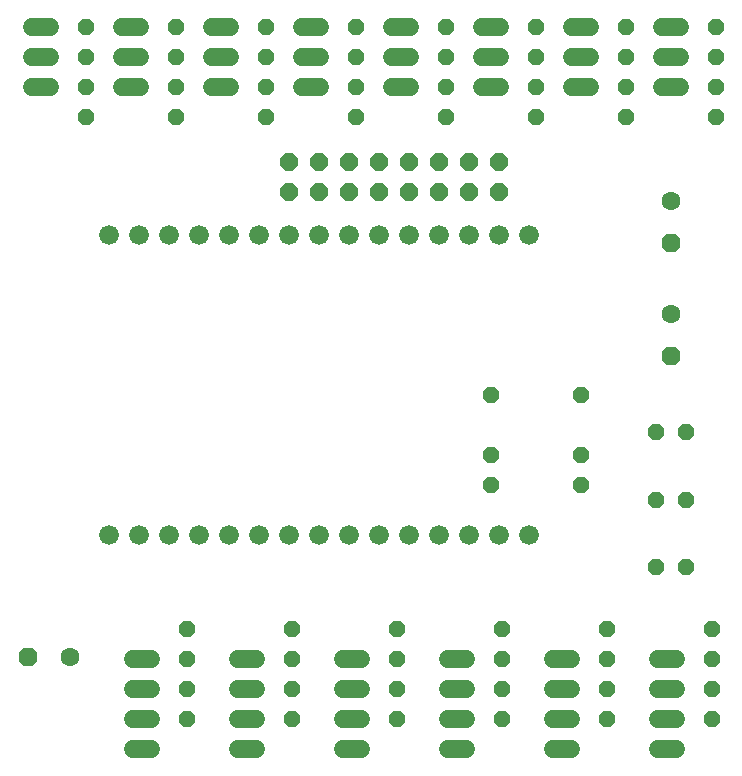
<source format=gbr>
G04 EAGLE Gerber RS-274X export*
G75*
%MOMM*%
%FSLAX34Y34*%
%LPD*%
%INTop Copper*%
%IPPOS*%
%AMOC8*
5,1,8,0,0,1.08239X$1,22.5*%
G01*
%ADD10P,1.732040X8X292.500000*%
%ADD11C,1.600200*%
%ADD12P,1.429621X8X292.500000*%
%ADD13P,1.429621X8X112.500000*%
%ADD14P,1.732040X8X202.500000*%
%ADD15C,1.524000*%
%ADD16P,1.649562X8X202.500000*%
%ADD17C,1.676400*%
%ADD18P,1.429621X8X202.500000*%


D10*
X596900Y541020D03*
D11*
X596900Y576580D03*
D12*
X406400Y673100D03*
X406400Y647700D03*
D13*
X406400Y698500D03*
X406400Y723900D03*
D12*
X330200Y673100D03*
X330200Y647700D03*
D13*
X330200Y698500D03*
X330200Y723900D03*
D12*
X254000Y673100D03*
X254000Y647700D03*
D13*
X254000Y698500D03*
X254000Y723900D03*
D12*
X177800Y673100D03*
X177800Y647700D03*
D13*
X177800Y698500D03*
X177800Y723900D03*
D12*
X101600Y673100D03*
X101600Y647700D03*
D13*
X101600Y698500D03*
X101600Y723900D03*
D10*
X596900Y445770D03*
D11*
X596900Y481330D03*
D12*
X631190Y163830D03*
X631190Y138430D03*
D13*
X631190Y189230D03*
X631190Y214630D03*
D12*
X542290Y163830D03*
X542290Y138430D03*
D13*
X542290Y189230D03*
X542290Y214630D03*
D12*
X453390Y163830D03*
X453390Y138430D03*
D13*
X453390Y189230D03*
X453390Y214630D03*
D12*
X364490Y163830D03*
X364490Y138430D03*
D13*
X364490Y189230D03*
X364490Y214630D03*
D12*
X275590Y163830D03*
X275590Y138430D03*
D13*
X275590Y189230D03*
X275590Y214630D03*
D14*
X52070Y190500D03*
D11*
X87630Y190500D03*
D12*
X186690Y163830D03*
X186690Y138430D03*
D13*
X186690Y189230D03*
X186690Y214630D03*
D12*
X635000Y673100D03*
X635000Y647700D03*
D13*
X635000Y698500D03*
X635000Y723900D03*
D12*
X558800Y673100D03*
X558800Y647700D03*
D13*
X558800Y698500D03*
X558800Y723900D03*
D12*
X482600Y673100D03*
X482600Y647700D03*
D13*
X482600Y698500D03*
X482600Y723900D03*
D15*
X589280Y723900D02*
X604520Y723900D01*
X604520Y698500D02*
X589280Y698500D01*
X589280Y673100D02*
X604520Y673100D01*
X600710Y113030D02*
X585470Y113030D01*
X585470Y138430D02*
X600710Y138430D01*
X600710Y163830D02*
X585470Y163830D01*
X585470Y189230D02*
X600710Y189230D01*
X511810Y113030D02*
X496570Y113030D01*
X496570Y138430D02*
X511810Y138430D01*
X511810Y163830D02*
X496570Y163830D01*
X496570Y189230D02*
X511810Y189230D01*
X422910Y113030D02*
X407670Y113030D01*
X407670Y138430D02*
X422910Y138430D01*
X422910Y163830D02*
X407670Y163830D01*
X407670Y189230D02*
X422910Y189230D01*
X334010Y113030D02*
X318770Y113030D01*
X318770Y138430D02*
X334010Y138430D01*
X334010Y163830D02*
X318770Y163830D01*
X318770Y189230D02*
X334010Y189230D01*
X245110Y113030D02*
X229870Y113030D01*
X229870Y138430D02*
X245110Y138430D01*
X245110Y163830D02*
X229870Y163830D01*
X229870Y189230D02*
X245110Y189230D01*
X156210Y113030D02*
X140970Y113030D01*
X140970Y138430D02*
X156210Y138430D01*
X156210Y163830D02*
X140970Y163830D01*
X140970Y189230D02*
X156210Y189230D01*
X513080Y723900D02*
X528320Y723900D01*
X528320Y698500D02*
X513080Y698500D01*
X513080Y673100D02*
X528320Y673100D01*
X452120Y723900D02*
X436880Y723900D01*
X436880Y698500D02*
X452120Y698500D01*
X452120Y673100D02*
X436880Y673100D01*
X375920Y723900D02*
X360680Y723900D01*
X360680Y698500D02*
X375920Y698500D01*
X375920Y673100D02*
X360680Y673100D01*
X299720Y723900D02*
X284480Y723900D01*
X284480Y698500D02*
X299720Y698500D01*
X299720Y673100D02*
X284480Y673100D01*
X223520Y723900D02*
X208280Y723900D01*
X208280Y698500D02*
X223520Y698500D01*
X223520Y673100D02*
X208280Y673100D01*
X147320Y723900D02*
X132080Y723900D01*
X132080Y698500D02*
X147320Y698500D01*
X147320Y673100D02*
X132080Y673100D01*
X71120Y723900D02*
X55880Y723900D01*
X55880Y698500D02*
X71120Y698500D01*
X71120Y673100D02*
X55880Y673100D01*
D16*
X450850Y584200D03*
X450850Y609600D03*
X425450Y584200D03*
X425450Y609600D03*
X400050Y584200D03*
X400050Y609600D03*
X374650Y584200D03*
X374650Y609600D03*
X349250Y584200D03*
X349250Y609600D03*
X323850Y584200D03*
X323850Y609600D03*
X298450Y584200D03*
X298450Y609600D03*
X273050Y584200D03*
X273050Y609600D03*
D17*
X120550Y293700D03*
X145950Y293700D03*
X171350Y293700D03*
X196750Y293700D03*
X222150Y293700D03*
X247550Y293700D03*
X272950Y293700D03*
X298350Y293700D03*
X323750Y293700D03*
X349150Y293700D03*
X374550Y293700D03*
X399950Y293700D03*
X425350Y293700D03*
X450750Y293700D03*
X476150Y293700D03*
X120550Y547750D03*
X145950Y547750D03*
X171350Y547750D03*
X196750Y547750D03*
X222150Y547750D03*
X247550Y547750D03*
X272950Y547750D03*
X298350Y547750D03*
X323750Y547750D03*
X349150Y547750D03*
X374550Y547750D03*
X399950Y547750D03*
X425350Y547750D03*
X450750Y547750D03*
X476150Y547750D03*
D18*
X520700Y336550D03*
X444500Y336550D03*
X609600Y266700D03*
X584200Y266700D03*
X520700Y361950D03*
X444500Y361950D03*
X609600Y323850D03*
X584200Y323850D03*
X520700Y412750D03*
X444500Y412750D03*
X609600Y381000D03*
X584200Y381000D03*
M02*

</source>
